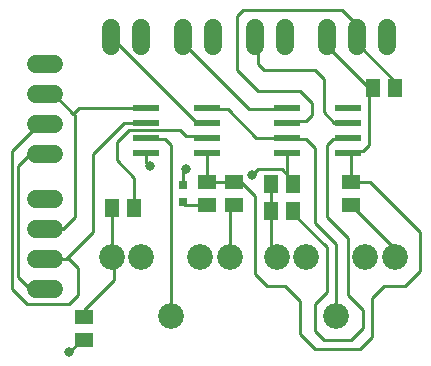
<source format=gtl>
G75*
G70*
%OFA0B0*%
%FSLAX24Y24*%
%IPPOS*%
%LPD*%
%AMOC8*
5,1,8,0,0,1.08239X$1,22.5*
%
%ADD10C,0.0600*%
%ADD11R,0.0315X0.0315*%
%ADD12R,0.0591X0.0512*%
%ADD13C,0.0860*%
%ADD14R,0.0866X0.0236*%
%ADD15R,0.0512X0.0591*%
%ADD16C,0.0100*%
%ADD17C,0.0320*%
D10*
X001811Y003599D02*
X002411Y003599D01*
X002411Y004599D02*
X001811Y004599D01*
X001811Y005599D02*
X002411Y005599D01*
X002411Y006599D02*
X001811Y006599D01*
X001811Y008099D02*
X002411Y008099D01*
X002411Y009099D02*
X001811Y009099D01*
X001811Y010099D02*
X002411Y010099D01*
X002411Y011099D02*
X001811Y011099D01*
X004311Y011699D02*
X004311Y012299D01*
X005311Y012299D02*
X005311Y011699D01*
X006711Y011699D02*
X006711Y012299D01*
X007711Y012299D02*
X007711Y011699D01*
X009111Y011699D02*
X009111Y012299D01*
X010111Y012299D02*
X010111Y011699D01*
X011511Y011699D02*
X011511Y012299D01*
X012511Y012299D02*
X012511Y011699D01*
X013511Y011699D02*
X013511Y012299D01*
D11*
X006711Y007094D03*
X006711Y006504D03*
D12*
X007511Y006425D03*
X007511Y007173D03*
X008411Y007173D03*
X008411Y006425D03*
X012311Y006425D03*
X012311Y007173D03*
X003411Y002673D03*
X003411Y001925D03*
D13*
X006311Y002699D03*
X007295Y004668D03*
X008279Y004668D03*
X009842Y004668D03*
X010826Y004668D03*
X012795Y004668D03*
X013779Y004668D03*
X011811Y002699D03*
X005326Y004668D03*
X004342Y004668D03*
D14*
X005487Y008149D03*
X005487Y008649D03*
X005487Y009149D03*
X005487Y009649D03*
X007534Y009649D03*
X007534Y009149D03*
X007534Y008649D03*
X007534Y008149D03*
X010187Y008149D03*
X010187Y008649D03*
X010187Y009149D03*
X010187Y009649D03*
X012234Y009649D03*
X012234Y009149D03*
X012234Y008649D03*
X012234Y008149D03*
D15*
X010385Y007099D03*
X009637Y007099D03*
X009637Y006199D03*
X010385Y006199D03*
X013037Y010299D03*
X013785Y010299D03*
X005085Y006299D03*
X004337Y006299D03*
D16*
X004337Y004673D01*
X004342Y004668D01*
X004411Y004599D01*
X004411Y003899D01*
X003411Y002899D01*
X003411Y002673D01*
X002911Y003099D02*
X003211Y003399D01*
X003211Y004299D01*
X002911Y004599D01*
X002811Y004599D01*
X003711Y005499D01*
X003711Y008099D01*
X004761Y009149D01*
X005487Y009149D01*
X005487Y008649D02*
X005537Y008599D01*
X006111Y008599D01*
X006311Y008399D01*
X006311Y002699D01*
X008279Y004668D02*
X008279Y006294D01*
X008411Y006425D01*
X008411Y007173D02*
X007511Y007173D01*
X007511Y008125D01*
X007534Y008149D01*
X007534Y008649D02*
X007484Y008699D01*
X006811Y008699D01*
X006611Y008899D01*
X004911Y008899D01*
X004511Y008499D01*
X004511Y007899D01*
X005085Y007325D01*
X005085Y006299D01*
X005611Y007699D02*
X005487Y007823D01*
X005487Y008149D01*
X006711Y007499D02*
X006711Y007094D01*
X006711Y007499D02*
X006811Y007599D01*
X006711Y006504D02*
X006789Y006425D01*
X007511Y006425D01*
X008411Y007173D02*
X008437Y007199D01*
X008611Y007199D01*
X009111Y006699D01*
X009111Y004099D01*
X009511Y003699D01*
X010111Y003699D01*
X010611Y003199D01*
X010611Y002099D01*
X011111Y001599D01*
X012611Y001599D01*
X013011Y001999D01*
X013011Y003299D01*
X013411Y003699D01*
X014111Y003699D01*
X014611Y004199D01*
X014611Y005499D01*
X012937Y007173D01*
X012311Y007173D01*
X012311Y008073D01*
X012234Y008149D01*
X012284Y008199D01*
X012711Y008199D01*
X012911Y008399D01*
X012911Y010299D01*
X011511Y011699D01*
X011511Y011999D01*
X012511Y011999D02*
X012511Y012399D01*
X012011Y012899D01*
X008711Y012899D01*
X008511Y012699D01*
X008511Y010899D01*
X009211Y010199D01*
X010611Y010199D01*
X011011Y009799D01*
X011011Y009399D01*
X010811Y009199D01*
X010237Y009199D01*
X010187Y009149D01*
X010187Y008649D02*
X009161Y008649D01*
X008211Y009599D01*
X007584Y009599D01*
X007534Y009649D01*
X007484Y009199D02*
X007111Y009199D01*
X004311Y011999D01*
X006711Y011999D02*
X006711Y011799D01*
X008911Y009599D01*
X010137Y009599D01*
X010187Y009649D01*
X010187Y008649D02*
X010237Y008599D01*
X010811Y008599D01*
X011111Y008299D01*
X011111Y005799D01*
X011811Y005099D01*
X011811Y002699D01*
X011111Y003099D02*
X011111Y002199D01*
X011411Y001899D01*
X012311Y001899D01*
X012711Y002299D01*
X012711Y002899D01*
X012211Y003399D01*
X012211Y005299D01*
X011511Y005999D01*
X011511Y008399D01*
X011711Y008599D01*
X012184Y008599D01*
X012234Y008649D01*
X012234Y009149D02*
X011761Y009149D01*
X011411Y009499D01*
X011411Y010599D01*
X011111Y010899D01*
X009411Y010899D01*
X009211Y011099D01*
X009211Y011899D01*
X009111Y011999D01*
X007484Y009199D02*
X007534Y009149D01*
X009211Y007599D02*
X009011Y007399D01*
X009211Y007599D02*
X010011Y007599D01*
X010385Y007225D01*
X010385Y007099D01*
X010187Y007297D01*
X010187Y008149D01*
X009637Y007099D02*
X009637Y006199D01*
X009637Y004873D01*
X009842Y004668D01*
X010385Y006125D02*
X011511Y004999D01*
X011511Y003499D01*
X011111Y003099D01*
X013779Y004668D02*
X013779Y004957D01*
X012311Y006425D01*
X010385Y006199D02*
X010385Y006125D01*
X012911Y010299D02*
X013037Y010299D01*
X013785Y010299D02*
X013785Y010525D01*
X012611Y011699D01*
X012611Y011899D01*
X012511Y011999D01*
X005487Y009649D02*
X003261Y009649D01*
X003061Y009449D01*
X003111Y009399D01*
X003111Y005999D01*
X002711Y005599D01*
X002111Y005599D01*
X002111Y004599D02*
X002811Y004599D01*
X002111Y003599D02*
X001611Y003599D01*
X001211Y003999D01*
X001211Y007699D01*
X001611Y008099D01*
X002111Y008099D01*
X001911Y009099D02*
X001011Y008199D01*
X001011Y003599D01*
X001511Y003099D01*
X002911Y003099D01*
X003337Y001925D02*
X002911Y001499D01*
X003337Y001925D02*
X003411Y001925D01*
X002111Y009099D02*
X001911Y009099D01*
X002111Y010099D02*
X002411Y010099D01*
X003061Y009449D01*
D17*
X002911Y001499D03*
X009011Y007399D03*
X006811Y007599D03*
X005611Y007699D03*
M02*

</source>
